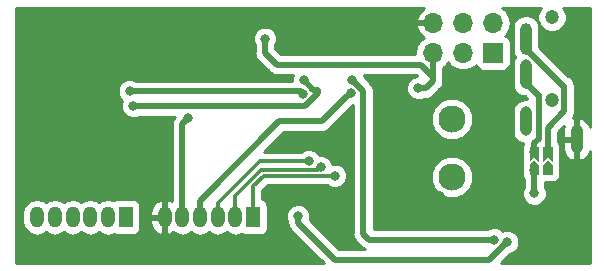
<source format=gbr>
G04 #@! TF.GenerationSoftware,KiCad,Pcbnew,(5.0.2)-1*
G04 #@! TF.CreationDate,2020-06-20T19:19:36+09:00*
G04 #@! TF.ProjectId,controller,636f6e74-726f-46c6-9c65-722e6b696361,rev?*
G04 #@! TF.SameCoordinates,Original*
G04 #@! TF.FileFunction,Copper,L1,Top*
G04 #@! TF.FilePolarity,Positive*
%FSLAX46Y46*%
G04 Gerber Fmt 4.6, Leading zero omitted, Abs format (unit mm)*
G04 Created by KiCad (PCBNEW (5.0.2)-1) date 2020/06/20 19:19:36*
%MOMM*%
%LPD*%
G01*
G04 APERTURE LIST*
G04 #@! TA.AperFunction,ComponentPad*
%ADD10R,1.700000X1.700000*%
G04 #@! TD*
G04 #@! TA.AperFunction,ComponentPad*
%ADD11O,1.700000X1.700000*%
G04 #@! TD*
G04 #@! TA.AperFunction,ComponentPad*
%ADD12C,2.300000*%
G04 #@! TD*
G04 #@! TA.AperFunction,ComponentPad*
%ADD13O,1.000000X2.500000*%
G04 #@! TD*
G04 #@! TA.AperFunction,ComponentPad*
%ADD14O,1.000000X2.700000*%
G04 #@! TD*
G04 #@! TA.AperFunction,ComponentPad*
%ADD15C,1.200000*%
G04 #@! TD*
G04 #@! TA.AperFunction,ComponentPad*
%ADD16O,1.200000X1.800000*%
G04 #@! TD*
G04 #@! TA.AperFunction,ComponentPad*
%ADD17R,1.200000X1.800000*%
G04 #@! TD*
G04 #@! TA.AperFunction,SMDPad,CuDef*
%ADD18C,0.800000*%
G04 #@! TD*
G04 #@! TA.AperFunction,Conductor*
%ADD19C,0.100000*%
G04 #@! TD*
G04 #@! TA.AperFunction,ViaPad*
%ADD20C,0.800000*%
G04 #@! TD*
G04 #@! TA.AperFunction,Conductor*
%ADD21C,0.500000*%
G04 #@! TD*
G04 #@! TA.AperFunction,Conductor*
%ADD22C,0.300000*%
G04 #@! TD*
G04 #@! TA.AperFunction,Conductor*
%ADD23C,0.254000*%
G04 #@! TD*
G04 APERTURE END LIST*
D10*
G04 #@! TO.P,J1,1*
G04 #@! TO.N,/MISO*
X91100000Y-54500000D03*
D11*
G04 #@! TO.P,J1,2*
G04 #@! TO.N,+5V*
X91100000Y-51960000D03*
G04 #@! TO.P,J1,3*
G04 #@! TO.N,/SCK*
X88560000Y-54500000D03*
G04 #@! TO.P,J1,4*
G04 #@! TO.N,/MOSI*
X88560000Y-51960000D03*
G04 #@! TO.P,J1,5*
G04 #@! TO.N,/RESET*
X86020000Y-54500000D03*
G04 #@! TO.P,J1,6*
G04 #@! TO.N,GND*
X86020000Y-51960000D03*
G04 #@! TD*
D12*
G04 #@! TO.P,Y1,1*
G04 #@! TO.N,Net-(C8-Pad1)*
X87600000Y-65000000D03*
G04 #@! TO.P,Y1,2*
G04 #@! TO.N,Net-(C9-Pad1)*
X87600000Y-60100000D03*
G04 #@! TD*
D13*
G04 #@! TO.P,J3,S*
G04 #@! TO.N,GND*
X98200000Y-61800000D03*
G04 #@! TO.P,J3,T*
G04 #@! TO.N,+5V*
X93900000Y-60300000D03*
G04 #@! TO.P,J3,R1*
G04 #@! TO.N,Net-(J3-PadR1)*
X93900000Y-56300000D03*
D14*
G04 #@! TO.P,J3,R2*
G04 #@! TO.N,Net-(J3-PadR2)*
X93900000Y-53300000D03*
D15*
G04 #@! TO.P,J3,*
G04 #@! TO.N,*
X96100000Y-51500000D03*
X96100000Y-58500000D03*
G04 #@! TD*
D16*
G04 #@! TO.P,J4,6*
G04 #@! TO.N,/DRAIN*
X52500000Y-68400000D03*
G04 #@! TO.P,J4,5*
G04 #@! TO.N,/MUX_EN*
X54000000Y-68400000D03*
G04 #@! TO.P,J4,4*
G04 #@! TO.N,/MUX_C*
X55500000Y-68400000D03*
G04 #@! TO.P,J4,3*
G04 #@! TO.N,/MUX_B*
X57000000Y-68400000D03*
G04 #@! TO.P,J4,2*
G04 #@! TO.N,/MUX_A*
X58500000Y-68400000D03*
D17*
G04 #@! TO.P,J4,1*
G04 #@! TO.N,+5V*
X60000000Y-68400000D03*
G04 #@! TD*
G04 #@! TO.P,J5,1*
G04 #@! TO.N,/COL_A*
X70800000Y-68400000D03*
D16*
G04 #@! TO.P,J5,2*
G04 #@! TO.N,/COL_B*
X69300000Y-68400000D03*
G04 #@! TO.P,J5,3*
G04 #@! TO.N,/COL_C*
X67800000Y-68400000D03*
G04 #@! TO.P,J5,4*
G04 #@! TO.N,/COL_EN*
X66300000Y-68400000D03*
G04 #@! TO.P,J5,5*
G04 #@! TO.N,/READ*
X64800000Y-68400000D03*
G04 #@! TO.P,J5,6*
G04 #@! TO.N,GND*
X63300000Y-68400000D03*
G04 #@! TD*
D18*
G04 #@! TO.P,JP1,2*
G04 #@! TO.N,Net-(J3-PadR2)*
X95750000Y-62900000D03*
D19*
G04 #@! TD*
G04 #@! TO.N,Net-(J3-PadR2)*
G04 #@! TO.C,JP1*
G36*
X96150000Y-62500000D02*
X96150000Y-63700000D01*
X95750000Y-63300000D01*
X95350000Y-63700000D01*
X95350000Y-62500000D01*
X96150000Y-62500000D01*
X96150000Y-62500000D01*
G37*
D18*
G04 #@! TO.P,JP1,1*
G04 #@! TO.N,/Rx*
X95750000Y-64400000D03*
D19*
G04 #@! TD*
G04 #@! TO.N,/Rx*
G04 #@! TO.C,JP1*
G36*
X95750000Y-63600000D02*
X96150000Y-64000000D01*
X96150000Y-64800000D01*
X95350000Y-64800000D01*
X95350000Y-64000000D01*
X95750000Y-63600000D01*
X95750000Y-63600000D01*
G37*
D18*
G04 #@! TO.P,JP2,2*
G04 #@! TO.N,Net-(J3-PadR1)*
X94600000Y-62900000D03*
D19*
G04 #@! TD*
G04 #@! TO.N,Net-(J3-PadR1)*
G04 #@! TO.C,JP2*
G36*
X95000000Y-62500000D02*
X95000000Y-63700000D01*
X94600000Y-63300000D01*
X94200000Y-63700000D01*
X94200000Y-62500000D01*
X95000000Y-62500000D01*
X95000000Y-62500000D01*
G37*
D18*
G04 #@! TO.P,JP2,1*
G04 #@! TO.N,/Tx*
X94600000Y-64400000D03*
D19*
G04 #@! TD*
G04 #@! TO.N,/Tx*
G04 #@! TO.C,JP2*
G36*
X94600000Y-63600000D02*
X95000000Y-64000000D01*
X95000000Y-64800000D01*
X94200000Y-64800000D01*
X94200000Y-64000000D01*
X94600000Y-63600000D01*
X94600000Y-63600000D01*
G37*
D20*
G04 #@! TO.N,GND*
X84900000Y-61900000D03*
X86600000Y-58200000D03*
X86600001Y-66600001D03*
X90072287Y-66600001D03*
X90200000Y-58200000D03*
X92225010Y-61900000D03*
X92225010Y-58887037D03*
G04 #@! TO.N,/READ*
X65300000Y-60000000D03*
G04 #@! TO.N,/COL_EN*
X79048952Y-57851048D03*
G04 #@! TO.N,/COL_C*
X75500000Y-63649979D03*
G04 #@! TO.N,/COL_B*
X76500000Y-64149990D03*
G04 #@! TO.N,/COL_A*
X77700000Y-64900000D03*
G04 #@! TO.N,/RESET*
X84777952Y-57477951D03*
X71800000Y-53300000D03*
G04 #@! TO.N,/Rx*
X95750000Y-64400000D03*
G04 #@! TO.N,/Tx*
X94600000Y-66400000D03*
G04 #@! TO.N,/CLKLED*
X74600000Y-68300000D03*
X92300000Y-70500000D03*
G04 #@! TO.N,/RXLED*
X91200000Y-70300000D03*
X79200000Y-56800000D03*
G04 #@! TO.N,/D+*
X60350000Y-57750000D03*
X75050333Y-57952430D03*
G04 #@! TO.N,/D-*
X60650000Y-59000000D03*
X75100000Y-56800000D03*
G04 #@! TD*
D21*
G04 #@! TO.N,GND*
X84900000Y-61900000D02*
X84900000Y-59900000D01*
X84900000Y-59900000D02*
X86600000Y-58200000D01*
G04 #@! TO.N,/READ*
X64800000Y-60500000D02*
X64800000Y-68400000D01*
X65300000Y-60000000D02*
X64800000Y-60500000D01*
G04 #@! TO.N,/COL_EN*
X76600000Y-60300000D02*
X78648953Y-58251047D01*
X66300000Y-67000000D02*
X73000000Y-60300000D01*
X66300000Y-68400000D02*
X66300000Y-67000000D01*
X78648953Y-58251047D02*
X79048952Y-57851048D01*
X73000000Y-60300000D02*
X76600000Y-60300000D01*
D22*
G04 #@! TO.N,/COL_C*
X67800000Y-67200000D02*
X71350021Y-63649979D01*
X71350021Y-63649979D02*
X74934315Y-63649979D01*
X74934315Y-63649979D02*
X75500000Y-63649979D01*
X67800000Y-68400000D02*
X67800000Y-67200000D01*
G04 #@! TO.N,/COL_B*
X71492889Y-64399989D02*
X76250001Y-64399989D01*
X76250001Y-64399989D02*
X76500000Y-64149990D01*
X69300000Y-66592878D02*
X71492889Y-64399989D01*
X69300000Y-68400000D02*
X69300000Y-66592878D01*
G04 #@! TO.N,/COL_A*
X70800000Y-68400000D02*
X70800000Y-65800000D01*
X71700000Y-64900000D02*
X77700000Y-64900000D01*
X70800000Y-65800000D02*
X71700000Y-64900000D01*
D21*
G04 #@! TO.N,/RESET*
X86020000Y-55702081D02*
X86000000Y-55722081D01*
X86020000Y-54500000D02*
X86020000Y-55702081D01*
X86000000Y-55722081D02*
X86000000Y-56900000D01*
X85422049Y-57477951D02*
X84777952Y-57477951D01*
X86000000Y-56900000D02*
X85422049Y-57477951D01*
X86000000Y-56900000D02*
X86000000Y-56500000D01*
X86000000Y-56500000D02*
X85000000Y-55500000D01*
X85000000Y-55500000D02*
X72800000Y-55500000D01*
X72800000Y-55500000D02*
X71800000Y-54500000D01*
X71800000Y-54500000D02*
X71800000Y-53300000D01*
G04 #@! TO.N,/Tx*
X94600000Y-64400000D02*
X94600000Y-66400000D01*
G04 #@! TO.N,/CLKLED*
X74600000Y-68865685D02*
X77734315Y-72000000D01*
X74600000Y-68300000D02*
X74600000Y-68865685D01*
X77734315Y-72000000D02*
X90800000Y-72000000D01*
X90800000Y-72000000D02*
X92300000Y-70500000D01*
G04 #@! TO.N,/RXLED*
X91200000Y-70300000D02*
X90634315Y-70300000D01*
X90634315Y-70300000D02*
X80600000Y-70300000D01*
X80600000Y-70300000D02*
X80100000Y-69800000D01*
X80100000Y-57700000D02*
X79200000Y-56800000D01*
X80100000Y-69800000D02*
X80100000Y-57700000D01*
G04 #@! TO.N,/D+*
X74847903Y-57750000D02*
X75050333Y-57952430D01*
X60350000Y-57750000D02*
X74847903Y-57750000D01*
G04 #@! TO.N,/D-*
X76300000Y-57600000D02*
X75900000Y-57600000D01*
X75900000Y-57600000D02*
X75100000Y-56800000D01*
X60650000Y-59000000D02*
X75215154Y-59000000D01*
X76300000Y-57915154D02*
X76300000Y-57600000D01*
X75215154Y-59000000D02*
X76300000Y-57915154D01*
G04 #@! TO.N,Net-(J3-PadR1)*
X93900000Y-57050000D02*
X93900000Y-56300000D01*
X94950000Y-58100000D02*
X93900000Y-57050000D01*
X95000000Y-58100000D02*
X94950000Y-58100000D01*
X95000000Y-61750000D02*
X95000000Y-58100000D01*
X94600000Y-62150000D02*
X94600000Y-62900000D01*
X95000000Y-61750000D02*
X94600000Y-62150000D01*
G04 #@! TO.N,Net-(J3-PadR2)*
X95750000Y-62900000D02*
X95750000Y-60850000D01*
X97150001Y-59449999D02*
X97150001Y-57300001D01*
X95750000Y-60850000D02*
X97150001Y-59449999D01*
X93900000Y-54150000D02*
X93900000Y-53300000D01*
X97050001Y-57300001D02*
X93900000Y-54150000D01*
X97150001Y-57300001D02*
X97050001Y-57300001D01*
G04 #@! TD*
D23*
G04 #@! TO.N,GND*
G36*
X95053018Y-50800429D02*
X94865000Y-51254343D01*
X94865000Y-51745657D01*
X95053018Y-52199571D01*
X95400429Y-52546982D01*
X95854343Y-52735000D01*
X96345657Y-52735000D01*
X96799571Y-52546982D01*
X97146982Y-52199571D01*
X97335000Y-51745657D01*
X97335000Y-51254343D01*
X97146982Y-50800429D01*
X97056553Y-50710000D01*
X99290001Y-50710000D01*
X99290001Y-60781440D01*
X99200002Y-60498322D01*
X98912763Y-60157632D01*
X98501874Y-59955881D01*
X98327000Y-60082046D01*
X98327000Y-61673000D01*
X98347000Y-61673000D01*
X98347000Y-61927000D01*
X98327000Y-61927000D01*
X98327000Y-63517954D01*
X98501874Y-63644119D01*
X98912763Y-63442368D01*
X99200002Y-63101678D01*
X99290000Y-62818560D01*
X99290000Y-72290000D01*
X91761578Y-72290000D01*
X92524148Y-71527431D01*
X92886280Y-71377431D01*
X93177431Y-71086280D01*
X93335000Y-70705874D01*
X93335000Y-70294126D01*
X93177431Y-69913720D01*
X92886280Y-69622569D01*
X92505874Y-69465000D01*
X92094126Y-69465000D01*
X91906449Y-69542738D01*
X91786280Y-69422569D01*
X91405874Y-69265000D01*
X90994126Y-69265000D01*
X90631993Y-69415000D01*
X80985000Y-69415000D01*
X80985000Y-64644941D01*
X85815000Y-64644941D01*
X85815000Y-65355059D01*
X86086750Y-66011121D01*
X86588879Y-66513250D01*
X87244941Y-66785000D01*
X87955059Y-66785000D01*
X88611121Y-66513250D01*
X89113250Y-66011121D01*
X89385000Y-65355059D01*
X89385000Y-64644941D01*
X89113250Y-63988879D01*
X88611121Y-63486750D01*
X87955059Y-63215000D01*
X87244941Y-63215000D01*
X86588879Y-63486750D01*
X86086750Y-63988879D01*
X85815000Y-64644941D01*
X80985000Y-64644941D01*
X80985000Y-59744941D01*
X85815000Y-59744941D01*
X85815000Y-60455059D01*
X86086750Y-61111121D01*
X86588879Y-61613250D01*
X87244941Y-61885000D01*
X87955059Y-61885000D01*
X88611121Y-61613250D01*
X89113250Y-61111121D01*
X89385000Y-60455059D01*
X89385000Y-59744941D01*
X89113250Y-59088879D01*
X88611121Y-58586750D01*
X87955059Y-58315000D01*
X87244941Y-58315000D01*
X86588879Y-58586750D01*
X86086750Y-59088879D01*
X85815000Y-59744941D01*
X80985000Y-59744941D01*
X80985000Y-57787159D01*
X81002337Y-57699999D01*
X80985000Y-57612839D01*
X80985000Y-57612835D01*
X80933652Y-57354690D01*
X80804755Y-57161783D01*
X80787424Y-57135845D01*
X80787423Y-57135844D01*
X80738049Y-57061951D01*
X80664156Y-57012577D01*
X80227431Y-56575852D01*
X80148377Y-56385000D01*
X84633422Y-56385000D01*
X84691373Y-56442951D01*
X84572078Y-56442951D01*
X84191672Y-56600520D01*
X83900521Y-56891671D01*
X83742952Y-57272077D01*
X83742952Y-57683825D01*
X83900521Y-58064231D01*
X84191672Y-58355382D01*
X84572078Y-58512951D01*
X84983826Y-58512951D01*
X85342367Y-58364439D01*
X85422049Y-58380288D01*
X85509210Y-58362951D01*
X85509214Y-58362951D01*
X85767359Y-58311603D01*
X86060098Y-58116000D01*
X86109474Y-58042105D01*
X86564156Y-57587423D01*
X86638049Y-57538049D01*
X86688897Y-57461951D01*
X86820495Y-57265000D01*
X86833652Y-57245310D01*
X86885000Y-56987165D01*
X86885000Y-56987161D01*
X86902337Y-56900001D01*
X86885000Y-56812841D01*
X86885000Y-56587161D01*
X86902337Y-56500000D01*
X86885000Y-56412839D01*
X86885000Y-55889793D01*
X86905000Y-55789246D01*
X86905000Y-55789241D01*
X86922337Y-55702082D01*
X86918999Y-55685302D01*
X87090625Y-55570625D01*
X87290000Y-55272239D01*
X87489375Y-55570625D01*
X87980582Y-55898839D01*
X88413744Y-55985000D01*
X88706256Y-55985000D01*
X89139418Y-55898839D01*
X89630625Y-55570625D01*
X89642816Y-55552381D01*
X89651843Y-55597765D01*
X89792191Y-55807809D01*
X90002235Y-55948157D01*
X90250000Y-55997440D01*
X91950000Y-55997440D01*
X92197765Y-55948157D01*
X92407809Y-55807809D01*
X92548157Y-55597765D01*
X92597440Y-55350000D01*
X92597440Y-53650000D01*
X92548157Y-53402235D01*
X92407809Y-53192191D01*
X92197765Y-53051843D01*
X92152381Y-53042816D01*
X92170625Y-53030625D01*
X92498839Y-52539418D01*
X92538860Y-52338217D01*
X92765000Y-52338217D01*
X92765000Y-54261782D01*
X92830854Y-54592854D01*
X93002673Y-54850001D01*
X92830855Y-55107145D01*
X92765000Y-55438217D01*
X92765000Y-57161782D01*
X92830854Y-57492854D01*
X93081711Y-57868289D01*
X93457145Y-58119146D01*
X93782231Y-58183809D01*
X94013828Y-58415407D01*
X93900000Y-58392765D01*
X93457146Y-58480854D01*
X93081712Y-58731711D01*
X92830855Y-59107145D01*
X92765000Y-59438217D01*
X92765000Y-61161782D01*
X92830854Y-61492854D01*
X93081711Y-61868289D01*
X93457145Y-62119146D01*
X93663363Y-62160165D01*
X93601843Y-62252235D01*
X93552560Y-62500000D01*
X93552560Y-63700000D01*
X93582397Y-63850000D01*
X93552560Y-64000000D01*
X93552560Y-64800000D01*
X93601843Y-65047765D01*
X93715000Y-65217116D01*
X93715001Y-65831992D01*
X93565000Y-66194126D01*
X93565000Y-66605874D01*
X93722569Y-66986280D01*
X94013720Y-67277431D01*
X94394126Y-67435000D01*
X94805874Y-67435000D01*
X95186280Y-67277431D01*
X95477431Y-66986280D01*
X95635000Y-66605874D01*
X95635000Y-66194126D01*
X95485000Y-65831993D01*
X95485000Y-65447440D01*
X96150000Y-65447440D01*
X96397765Y-65398157D01*
X96607809Y-65257809D01*
X96748157Y-65047765D01*
X96797440Y-64800000D01*
X96797440Y-64000000D01*
X96767603Y-63850000D01*
X96797440Y-63700000D01*
X96797440Y-62500000D01*
X96748157Y-62252235D01*
X96635000Y-62082885D01*
X96635000Y-61927000D01*
X97065000Y-61927000D01*
X97065000Y-62677000D01*
X97199998Y-63101678D01*
X97487237Y-63442368D01*
X97898126Y-63644119D01*
X98073000Y-63517954D01*
X98073000Y-61927000D01*
X97065000Y-61927000D01*
X96635000Y-61927000D01*
X96635000Y-61216578D01*
X97128576Y-60723003D01*
X97065000Y-60923000D01*
X97065000Y-61673000D01*
X98073000Y-61673000D01*
X98073000Y-60082046D01*
X97898126Y-59955881D01*
X97865734Y-59971786D01*
X97877158Y-59954690D01*
X97923723Y-59885000D01*
X97983653Y-59795309D01*
X98035001Y-59537164D01*
X98035001Y-59537160D01*
X98052338Y-59450000D01*
X98035001Y-59362840D01*
X98035001Y-57387166D01*
X98052339Y-57300001D01*
X97983653Y-56954691D01*
X97788050Y-56661952D01*
X97495311Y-56466349D01*
X97461129Y-56459550D01*
X95035000Y-54033422D01*
X95035000Y-52338217D01*
X94969146Y-52007145D01*
X94718289Y-51631711D01*
X94342855Y-51380854D01*
X93900000Y-51292765D01*
X93457146Y-51380854D01*
X93081712Y-51631711D01*
X92830855Y-52007145D01*
X92765000Y-52338217D01*
X92538860Y-52338217D01*
X92614092Y-51960000D01*
X92498839Y-51380582D01*
X92170625Y-50889375D01*
X91902171Y-50710000D01*
X95143447Y-50710000D01*
X95053018Y-50800429D01*
X95053018Y-50800429D01*
G37*
X95053018Y-50800429D02*
X94865000Y-51254343D01*
X94865000Y-51745657D01*
X95053018Y-52199571D01*
X95400429Y-52546982D01*
X95854343Y-52735000D01*
X96345657Y-52735000D01*
X96799571Y-52546982D01*
X97146982Y-52199571D01*
X97335000Y-51745657D01*
X97335000Y-51254343D01*
X97146982Y-50800429D01*
X97056553Y-50710000D01*
X99290001Y-50710000D01*
X99290001Y-60781440D01*
X99200002Y-60498322D01*
X98912763Y-60157632D01*
X98501874Y-59955881D01*
X98327000Y-60082046D01*
X98327000Y-61673000D01*
X98347000Y-61673000D01*
X98347000Y-61927000D01*
X98327000Y-61927000D01*
X98327000Y-63517954D01*
X98501874Y-63644119D01*
X98912763Y-63442368D01*
X99200002Y-63101678D01*
X99290000Y-62818560D01*
X99290000Y-72290000D01*
X91761578Y-72290000D01*
X92524148Y-71527431D01*
X92886280Y-71377431D01*
X93177431Y-71086280D01*
X93335000Y-70705874D01*
X93335000Y-70294126D01*
X93177431Y-69913720D01*
X92886280Y-69622569D01*
X92505874Y-69465000D01*
X92094126Y-69465000D01*
X91906449Y-69542738D01*
X91786280Y-69422569D01*
X91405874Y-69265000D01*
X90994126Y-69265000D01*
X90631993Y-69415000D01*
X80985000Y-69415000D01*
X80985000Y-64644941D01*
X85815000Y-64644941D01*
X85815000Y-65355059D01*
X86086750Y-66011121D01*
X86588879Y-66513250D01*
X87244941Y-66785000D01*
X87955059Y-66785000D01*
X88611121Y-66513250D01*
X89113250Y-66011121D01*
X89385000Y-65355059D01*
X89385000Y-64644941D01*
X89113250Y-63988879D01*
X88611121Y-63486750D01*
X87955059Y-63215000D01*
X87244941Y-63215000D01*
X86588879Y-63486750D01*
X86086750Y-63988879D01*
X85815000Y-64644941D01*
X80985000Y-64644941D01*
X80985000Y-59744941D01*
X85815000Y-59744941D01*
X85815000Y-60455059D01*
X86086750Y-61111121D01*
X86588879Y-61613250D01*
X87244941Y-61885000D01*
X87955059Y-61885000D01*
X88611121Y-61613250D01*
X89113250Y-61111121D01*
X89385000Y-60455059D01*
X89385000Y-59744941D01*
X89113250Y-59088879D01*
X88611121Y-58586750D01*
X87955059Y-58315000D01*
X87244941Y-58315000D01*
X86588879Y-58586750D01*
X86086750Y-59088879D01*
X85815000Y-59744941D01*
X80985000Y-59744941D01*
X80985000Y-57787159D01*
X81002337Y-57699999D01*
X80985000Y-57612839D01*
X80985000Y-57612835D01*
X80933652Y-57354690D01*
X80804755Y-57161783D01*
X80787424Y-57135845D01*
X80787423Y-57135844D01*
X80738049Y-57061951D01*
X80664156Y-57012577D01*
X80227431Y-56575852D01*
X80148377Y-56385000D01*
X84633422Y-56385000D01*
X84691373Y-56442951D01*
X84572078Y-56442951D01*
X84191672Y-56600520D01*
X83900521Y-56891671D01*
X83742952Y-57272077D01*
X83742952Y-57683825D01*
X83900521Y-58064231D01*
X84191672Y-58355382D01*
X84572078Y-58512951D01*
X84983826Y-58512951D01*
X85342367Y-58364439D01*
X85422049Y-58380288D01*
X85509210Y-58362951D01*
X85509214Y-58362951D01*
X85767359Y-58311603D01*
X86060098Y-58116000D01*
X86109474Y-58042105D01*
X86564156Y-57587423D01*
X86638049Y-57538049D01*
X86688897Y-57461951D01*
X86820495Y-57265000D01*
X86833652Y-57245310D01*
X86885000Y-56987165D01*
X86885000Y-56987161D01*
X86902337Y-56900001D01*
X86885000Y-56812841D01*
X86885000Y-56587161D01*
X86902337Y-56500000D01*
X86885000Y-56412839D01*
X86885000Y-55889793D01*
X86905000Y-55789246D01*
X86905000Y-55789241D01*
X86922337Y-55702082D01*
X86918999Y-55685302D01*
X87090625Y-55570625D01*
X87290000Y-55272239D01*
X87489375Y-55570625D01*
X87980582Y-55898839D01*
X88413744Y-55985000D01*
X88706256Y-55985000D01*
X89139418Y-55898839D01*
X89630625Y-55570625D01*
X89642816Y-55552381D01*
X89651843Y-55597765D01*
X89792191Y-55807809D01*
X90002235Y-55948157D01*
X90250000Y-55997440D01*
X91950000Y-55997440D01*
X92197765Y-55948157D01*
X92407809Y-55807809D01*
X92548157Y-55597765D01*
X92597440Y-55350000D01*
X92597440Y-53650000D01*
X92548157Y-53402235D01*
X92407809Y-53192191D01*
X92197765Y-53051843D01*
X92152381Y-53042816D01*
X92170625Y-53030625D01*
X92498839Y-52539418D01*
X92538860Y-52338217D01*
X92765000Y-52338217D01*
X92765000Y-54261782D01*
X92830854Y-54592854D01*
X93002673Y-54850001D01*
X92830855Y-55107145D01*
X92765000Y-55438217D01*
X92765000Y-57161782D01*
X92830854Y-57492854D01*
X93081711Y-57868289D01*
X93457145Y-58119146D01*
X93782231Y-58183809D01*
X94013828Y-58415407D01*
X93900000Y-58392765D01*
X93457146Y-58480854D01*
X93081712Y-58731711D01*
X92830855Y-59107145D01*
X92765000Y-59438217D01*
X92765000Y-61161782D01*
X92830854Y-61492854D01*
X93081711Y-61868289D01*
X93457145Y-62119146D01*
X93663363Y-62160165D01*
X93601843Y-62252235D01*
X93552560Y-62500000D01*
X93552560Y-63700000D01*
X93582397Y-63850000D01*
X93552560Y-64000000D01*
X93552560Y-64800000D01*
X93601843Y-65047765D01*
X93715000Y-65217116D01*
X93715001Y-65831992D01*
X93565000Y-66194126D01*
X93565000Y-66605874D01*
X93722569Y-66986280D01*
X94013720Y-67277431D01*
X94394126Y-67435000D01*
X94805874Y-67435000D01*
X95186280Y-67277431D01*
X95477431Y-66986280D01*
X95635000Y-66605874D01*
X95635000Y-66194126D01*
X95485000Y-65831993D01*
X95485000Y-65447440D01*
X96150000Y-65447440D01*
X96397765Y-65398157D01*
X96607809Y-65257809D01*
X96748157Y-65047765D01*
X96797440Y-64800000D01*
X96797440Y-64000000D01*
X96767603Y-63850000D01*
X96797440Y-63700000D01*
X96797440Y-62500000D01*
X96748157Y-62252235D01*
X96635000Y-62082885D01*
X96635000Y-61927000D01*
X97065000Y-61927000D01*
X97065000Y-62677000D01*
X97199998Y-63101678D01*
X97487237Y-63442368D01*
X97898126Y-63644119D01*
X98073000Y-63517954D01*
X98073000Y-61927000D01*
X97065000Y-61927000D01*
X96635000Y-61927000D01*
X96635000Y-61216578D01*
X97128576Y-60723003D01*
X97065000Y-60923000D01*
X97065000Y-61673000D01*
X98073000Y-61673000D01*
X98073000Y-60082046D01*
X97898126Y-59955881D01*
X97865734Y-59971786D01*
X97877158Y-59954690D01*
X97923723Y-59885000D01*
X97983653Y-59795309D01*
X98035001Y-59537164D01*
X98035001Y-59537160D01*
X98052338Y-59450000D01*
X98035001Y-59362840D01*
X98035001Y-57387166D01*
X98052339Y-57300001D01*
X97983653Y-56954691D01*
X97788050Y-56661952D01*
X97495311Y-56466349D01*
X97461129Y-56459550D01*
X95035000Y-54033422D01*
X95035000Y-52338217D01*
X94969146Y-52007145D01*
X94718289Y-51631711D01*
X94342855Y-51380854D01*
X93900000Y-51292765D01*
X93457146Y-51380854D01*
X93081712Y-51631711D01*
X92830855Y-52007145D01*
X92765000Y-52338217D01*
X92538860Y-52338217D01*
X92614092Y-51960000D01*
X92498839Y-51380582D01*
X92170625Y-50889375D01*
X91902171Y-50710000D01*
X95143447Y-50710000D01*
X95053018Y-50800429D01*
G36*
X84824817Y-51078642D02*
X84578514Y-51603108D01*
X84699181Y-51833000D01*
X85893000Y-51833000D01*
X85893000Y-51813000D01*
X86147000Y-51813000D01*
X86147000Y-51833000D01*
X86167000Y-51833000D01*
X86167000Y-52087000D01*
X86147000Y-52087000D01*
X86147000Y-52107000D01*
X85893000Y-52107000D01*
X85893000Y-52087000D01*
X84699181Y-52087000D01*
X84578514Y-52316892D01*
X84824817Y-52841358D01*
X85249786Y-53228647D01*
X84949375Y-53429375D01*
X84621161Y-53920582D01*
X84505908Y-54500000D01*
X84528783Y-54615000D01*
X73166579Y-54615000D01*
X72685000Y-54133422D01*
X72685000Y-53868007D01*
X72835000Y-53505874D01*
X72835000Y-53094126D01*
X72677431Y-52713720D01*
X72386280Y-52422569D01*
X72005874Y-52265000D01*
X71594126Y-52265000D01*
X71213720Y-52422569D01*
X70922569Y-52713720D01*
X70765000Y-53094126D01*
X70765000Y-53505874D01*
X70915001Y-53868008D01*
X70915000Y-54412839D01*
X70897663Y-54500000D01*
X70915000Y-54587161D01*
X70915000Y-54587164D01*
X70966348Y-54845309D01*
X71161951Y-55138049D01*
X71235847Y-55187425D01*
X72112577Y-56064156D01*
X72161951Y-56138049D01*
X72235844Y-56187423D01*
X72235845Y-56187424D01*
X72275200Y-56213720D01*
X72454690Y-56333652D01*
X72712835Y-56385000D01*
X72712839Y-56385000D01*
X72800000Y-56402337D01*
X72887161Y-56385000D01*
X74151623Y-56385000D01*
X74065000Y-56594126D01*
X74065000Y-56865000D01*
X60918007Y-56865000D01*
X60555874Y-56715000D01*
X60144126Y-56715000D01*
X59763720Y-56872569D01*
X59472569Y-57163720D01*
X59315000Y-57544126D01*
X59315000Y-57955874D01*
X59472569Y-58336280D01*
X59707383Y-58571094D01*
X59615000Y-58794126D01*
X59615000Y-59205874D01*
X59772569Y-59586280D01*
X60063720Y-59877431D01*
X60444126Y-60035000D01*
X60855874Y-60035000D01*
X61218007Y-59885000D01*
X64146550Y-59885000D01*
X63966348Y-60154691D01*
X63915000Y-60412836D01*
X63915000Y-60412839D01*
X63897663Y-60500000D01*
X63915000Y-60587161D01*
X63915001Y-67047799D01*
X63655281Y-66910408D01*
X63617609Y-66906538D01*
X63427000Y-67031269D01*
X63427000Y-68273000D01*
X63447000Y-68273000D01*
X63447000Y-68527000D01*
X63427000Y-68527000D01*
X63427000Y-69768731D01*
X63617609Y-69893462D01*
X63655281Y-69889592D01*
X64047160Y-69682290D01*
X64318127Y-69863344D01*
X64800000Y-69959195D01*
X65281872Y-69863344D01*
X65550000Y-69684187D01*
X65818127Y-69863344D01*
X66300000Y-69959195D01*
X66781872Y-69863344D01*
X67050000Y-69684187D01*
X67318127Y-69863344D01*
X67800000Y-69959195D01*
X68281872Y-69863344D01*
X68550000Y-69684187D01*
X68818127Y-69863344D01*
X69300000Y-69959195D01*
X69781872Y-69863344D01*
X69841003Y-69823834D01*
X69952235Y-69898157D01*
X70200000Y-69947440D01*
X71400000Y-69947440D01*
X71647765Y-69898157D01*
X71857809Y-69757809D01*
X71998157Y-69547765D01*
X72047440Y-69300000D01*
X72047440Y-67500000D01*
X71998157Y-67252235D01*
X71857809Y-67042191D01*
X71647765Y-66901843D01*
X71585000Y-66889358D01*
X71585000Y-66125157D01*
X72025158Y-65685000D01*
X77021289Y-65685000D01*
X77113720Y-65777431D01*
X77494126Y-65935000D01*
X77905874Y-65935000D01*
X78286280Y-65777431D01*
X78577431Y-65486280D01*
X78735000Y-65105874D01*
X78735000Y-64694126D01*
X78577431Y-64313720D01*
X78286280Y-64022569D01*
X77905874Y-63865000D01*
X77502229Y-63865000D01*
X77377431Y-63563710D01*
X77086280Y-63272559D01*
X76705874Y-63114990D01*
X76398676Y-63114990D01*
X76377431Y-63063699D01*
X76086280Y-62772548D01*
X75705874Y-62614979D01*
X75294126Y-62614979D01*
X74913720Y-62772548D01*
X74821289Y-62864979D01*
X71686600Y-62864979D01*
X73366579Y-61185000D01*
X76512839Y-61185000D01*
X76600000Y-61202337D01*
X76687161Y-61185000D01*
X76687165Y-61185000D01*
X76945310Y-61133652D01*
X77238049Y-60938049D01*
X77287425Y-60864153D01*
X79215001Y-58936578D01*
X79215000Y-69712839D01*
X79197663Y-69800000D01*
X79215000Y-69887161D01*
X79215000Y-69887164D01*
X79266348Y-70145309D01*
X79461951Y-70438049D01*
X79535847Y-70487425D01*
X79912575Y-70864153D01*
X79961951Y-70938049D01*
X80226775Y-71115000D01*
X78100894Y-71115000D01*
X75593048Y-68607155D01*
X75635000Y-68505874D01*
X75635000Y-68094126D01*
X75477431Y-67713720D01*
X75186280Y-67422569D01*
X74805874Y-67265000D01*
X74394126Y-67265000D01*
X74013720Y-67422569D01*
X73722569Y-67713720D01*
X73565000Y-68094126D01*
X73565000Y-68505874D01*
X73702975Y-68838977D01*
X73697663Y-68865685D01*
X73715000Y-68952846D01*
X73715000Y-68952850D01*
X73766348Y-69210995D01*
X73819103Y-69289947D01*
X73907719Y-69422569D01*
X73961952Y-69503734D01*
X74035845Y-69553108D01*
X76772736Y-72290000D01*
X50710000Y-72290000D01*
X50710000Y-67978364D01*
X51265000Y-67978364D01*
X51265000Y-68821635D01*
X51336656Y-69181872D01*
X51609615Y-69590385D01*
X52018127Y-69863344D01*
X52500000Y-69959195D01*
X52981872Y-69863344D01*
X53250000Y-69684187D01*
X53518127Y-69863344D01*
X54000000Y-69959195D01*
X54481872Y-69863344D01*
X54750000Y-69684187D01*
X55018127Y-69863344D01*
X55500000Y-69959195D01*
X55981872Y-69863344D01*
X56250000Y-69684187D01*
X56518127Y-69863344D01*
X57000000Y-69959195D01*
X57481872Y-69863344D01*
X57750000Y-69684187D01*
X58018127Y-69863344D01*
X58500000Y-69959195D01*
X58981872Y-69863344D01*
X59041003Y-69823834D01*
X59152235Y-69898157D01*
X59400000Y-69947440D01*
X60600000Y-69947440D01*
X60847765Y-69898157D01*
X61057809Y-69757809D01*
X61198157Y-69547765D01*
X61247440Y-69300000D01*
X61247440Y-68527000D01*
X62065000Y-68527000D01*
X62065000Y-68827000D01*
X62207610Y-69289947D01*
X62516526Y-69663080D01*
X62944719Y-69889592D01*
X62982391Y-69893462D01*
X63173000Y-69768731D01*
X63173000Y-68527000D01*
X62065000Y-68527000D01*
X61247440Y-68527000D01*
X61247440Y-67973000D01*
X62065000Y-67973000D01*
X62065000Y-68273000D01*
X63173000Y-68273000D01*
X63173000Y-67031269D01*
X62982391Y-66906538D01*
X62944719Y-66910408D01*
X62516526Y-67136920D01*
X62207610Y-67510053D01*
X62065000Y-67973000D01*
X61247440Y-67973000D01*
X61247440Y-67500000D01*
X61198157Y-67252235D01*
X61057809Y-67042191D01*
X60847765Y-66901843D01*
X60600000Y-66852560D01*
X59400000Y-66852560D01*
X59152235Y-66901843D01*
X59041004Y-66976166D01*
X58981873Y-66936656D01*
X58500000Y-66840805D01*
X58018128Y-66936656D01*
X57750001Y-67115813D01*
X57481873Y-66936656D01*
X57000000Y-66840805D01*
X56518128Y-66936656D01*
X56250001Y-67115813D01*
X55981873Y-66936656D01*
X55500000Y-66840805D01*
X55018128Y-66936656D01*
X54750001Y-67115813D01*
X54481873Y-66936656D01*
X54000000Y-66840805D01*
X53518128Y-66936656D01*
X53250001Y-67115813D01*
X52981873Y-66936656D01*
X52500000Y-66840805D01*
X52018128Y-66936656D01*
X51609616Y-67209615D01*
X51336656Y-67618127D01*
X51265000Y-67978364D01*
X50710000Y-67978364D01*
X50710000Y-50710000D01*
X85229325Y-50710000D01*
X84824817Y-51078642D01*
X84824817Y-51078642D01*
G37*
X84824817Y-51078642D02*
X84578514Y-51603108D01*
X84699181Y-51833000D01*
X85893000Y-51833000D01*
X85893000Y-51813000D01*
X86147000Y-51813000D01*
X86147000Y-51833000D01*
X86167000Y-51833000D01*
X86167000Y-52087000D01*
X86147000Y-52087000D01*
X86147000Y-52107000D01*
X85893000Y-52107000D01*
X85893000Y-52087000D01*
X84699181Y-52087000D01*
X84578514Y-52316892D01*
X84824817Y-52841358D01*
X85249786Y-53228647D01*
X84949375Y-53429375D01*
X84621161Y-53920582D01*
X84505908Y-54500000D01*
X84528783Y-54615000D01*
X73166579Y-54615000D01*
X72685000Y-54133422D01*
X72685000Y-53868007D01*
X72835000Y-53505874D01*
X72835000Y-53094126D01*
X72677431Y-52713720D01*
X72386280Y-52422569D01*
X72005874Y-52265000D01*
X71594126Y-52265000D01*
X71213720Y-52422569D01*
X70922569Y-52713720D01*
X70765000Y-53094126D01*
X70765000Y-53505874D01*
X70915001Y-53868008D01*
X70915000Y-54412839D01*
X70897663Y-54500000D01*
X70915000Y-54587161D01*
X70915000Y-54587164D01*
X70966348Y-54845309D01*
X71161951Y-55138049D01*
X71235847Y-55187425D01*
X72112577Y-56064156D01*
X72161951Y-56138049D01*
X72235844Y-56187423D01*
X72235845Y-56187424D01*
X72275200Y-56213720D01*
X72454690Y-56333652D01*
X72712835Y-56385000D01*
X72712839Y-56385000D01*
X72800000Y-56402337D01*
X72887161Y-56385000D01*
X74151623Y-56385000D01*
X74065000Y-56594126D01*
X74065000Y-56865000D01*
X60918007Y-56865000D01*
X60555874Y-56715000D01*
X60144126Y-56715000D01*
X59763720Y-56872569D01*
X59472569Y-57163720D01*
X59315000Y-57544126D01*
X59315000Y-57955874D01*
X59472569Y-58336280D01*
X59707383Y-58571094D01*
X59615000Y-58794126D01*
X59615000Y-59205874D01*
X59772569Y-59586280D01*
X60063720Y-59877431D01*
X60444126Y-60035000D01*
X60855874Y-60035000D01*
X61218007Y-59885000D01*
X64146550Y-59885000D01*
X63966348Y-60154691D01*
X63915000Y-60412836D01*
X63915000Y-60412839D01*
X63897663Y-60500000D01*
X63915000Y-60587161D01*
X63915001Y-67047799D01*
X63655281Y-66910408D01*
X63617609Y-66906538D01*
X63427000Y-67031269D01*
X63427000Y-68273000D01*
X63447000Y-68273000D01*
X63447000Y-68527000D01*
X63427000Y-68527000D01*
X63427000Y-69768731D01*
X63617609Y-69893462D01*
X63655281Y-69889592D01*
X64047160Y-69682290D01*
X64318127Y-69863344D01*
X64800000Y-69959195D01*
X65281872Y-69863344D01*
X65550000Y-69684187D01*
X65818127Y-69863344D01*
X66300000Y-69959195D01*
X66781872Y-69863344D01*
X67050000Y-69684187D01*
X67318127Y-69863344D01*
X67800000Y-69959195D01*
X68281872Y-69863344D01*
X68550000Y-69684187D01*
X68818127Y-69863344D01*
X69300000Y-69959195D01*
X69781872Y-69863344D01*
X69841003Y-69823834D01*
X69952235Y-69898157D01*
X70200000Y-69947440D01*
X71400000Y-69947440D01*
X71647765Y-69898157D01*
X71857809Y-69757809D01*
X71998157Y-69547765D01*
X72047440Y-69300000D01*
X72047440Y-67500000D01*
X71998157Y-67252235D01*
X71857809Y-67042191D01*
X71647765Y-66901843D01*
X71585000Y-66889358D01*
X71585000Y-66125157D01*
X72025158Y-65685000D01*
X77021289Y-65685000D01*
X77113720Y-65777431D01*
X77494126Y-65935000D01*
X77905874Y-65935000D01*
X78286280Y-65777431D01*
X78577431Y-65486280D01*
X78735000Y-65105874D01*
X78735000Y-64694126D01*
X78577431Y-64313720D01*
X78286280Y-64022569D01*
X77905874Y-63865000D01*
X77502229Y-63865000D01*
X77377431Y-63563710D01*
X77086280Y-63272559D01*
X76705874Y-63114990D01*
X76398676Y-63114990D01*
X76377431Y-63063699D01*
X76086280Y-62772548D01*
X75705874Y-62614979D01*
X75294126Y-62614979D01*
X74913720Y-62772548D01*
X74821289Y-62864979D01*
X71686600Y-62864979D01*
X73366579Y-61185000D01*
X76512839Y-61185000D01*
X76600000Y-61202337D01*
X76687161Y-61185000D01*
X76687165Y-61185000D01*
X76945310Y-61133652D01*
X77238049Y-60938049D01*
X77287425Y-60864153D01*
X79215001Y-58936578D01*
X79215000Y-69712839D01*
X79197663Y-69800000D01*
X79215000Y-69887161D01*
X79215000Y-69887164D01*
X79266348Y-70145309D01*
X79461951Y-70438049D01*
X79535847Y-70487425D01*
X79912575Y-70864153D01*
X79961951Y-70938049D01*
X80226775Y-71115000D01*
X78100894Y-71115000D01*
X75593048Y-68607155D01*
X75635000Y-68505874D01*
X75635000Y-68094126D01*
X75477431Y-67713720D01*
X75186280Y-67422569D01*
X74805874Y-67265000D01*
X74394126Y-67265000D01*
X74013720Y-67422569D01*
X73722569Y-67713720D01*
X73565000Y-68094126D01*
X73565000Y-68505874D01*
X73702975Y-68838977D01*
X73697663Y-68865685D01*
X73715000Y-68952846D01*
X73715000Y-68952850D01*
X73766348Y-69210995D01*
X73819103Y-69289947D01*
X73907719Y-69422569D01*
X73961952Y-69503734D01*
X74035845Y-69553108D01*
X76772736Y-72290000D01*
X50710000Y-72290000D01*
X50710000Y-67978364D01*
X51265000Y-67978364D01*
X51265000Y-68821635D01*
X51336656Y-69181872D01*
X51609615Y-69590385D01*
X52018127Y-69863344D01*
X52500000Y-69959195D01*
X52981872Y-69863344D01*
X53250000Y-69684187D01*
X53518127Y-69863344D01*
X54000000Y-69959195D01*
X54481872Y-69863344D01*
X54750000Y-69684187D01*
X55018127Y-69863344D01*
X55500000Y-69959195D01*
X55981872Y-69863344D01*
X56250000Y-69684187D01*
X56518127Y-69863344D01*
X57000000Y-69959195D01*
X57481872Y-69863344D01*
X57750000Y-69684187D01*
X58018127Y-69863344D01*
X58500000Y-69959195D01*
X58981872Y-69863344D01*
X59041003Y-69823834D01*
X59152235Y-69898157D01*
X59400000Y-69947440D01*
X60600000Y-69947440D01*
X60847765Y-69898157D01*
X61057809Y-69757809D01*
X61198157Y-69547765D01*
X61247440Y-69300000D01*
X61247440Y-68527000D01*
X62065000Y-68527000D01*
X62065000Y-68827000D01*
X62207610Y-69289947D01*
X62516526Y-69663080D01*
X62944719Y-69889592D01*
X62982391Y-69893462D01*
X63173000Y-69768731D01*
X63173000Y-68527000D01*
X62065000Y-68527000D01*
X61247440Y-68527000D01*
X61247440Y-67973000D01*
X62065000Y-67973000D01*
X62065000Y-68273000D01*
X63173000Y-68273000D01*
X63173000Y-67031269D01*
X62982391Y-66906538D01*
X62944719Y-66910408D01*
X62516526Y-67136920D01*
X62207610Y-67510053D01*
X62065000Y-67973000D01*
X61247440Y-67973000D01*
X61247440Y-67500000D01*
X61198157Y-67252235D01*
X61057809Y-67042191D01*
X60847765Y-66901843D01*
X60600000Y-66852560D01*
X59400000Y-66852560D01*
X59152235Y-66901843D01*
X59041004Y-66976166D01*
X58981873Y-66936656D01*
X58500000Y-66840805D01*
X58018128Y-66936656D01*
X57750001Y-67115813D01*
X57481873Y-66936656D01*
X57000000Y-66840805D01*
X56518128Y-66936656D01*
X56250001Y-67115813D01*
X55981873Y-66936656D01*
X55500000Y-66840805D01*
X55018128Y-66936656D01*
X54750001Y-67115813D01*
X54481873Y-66936656D01*
X54000000Y-66840805D01*
X53518128Y-66936656D01*
X53250001Y-67115813D01*
X52981873Y-66936656D01*
X52500000Y-66840805D01*
X52018128Y-66936656D01*
X51609616Y-67209615D01*
X51336656Y-67618127D01*
X51265000Y-67978364D01*
X50710000Y-67978364D01*
X50710000Y-50710000D01*
X85229325Y-50710000D01*
X84824817Y-51078642D01*
G04 #@! TD*
M02*

</source>
